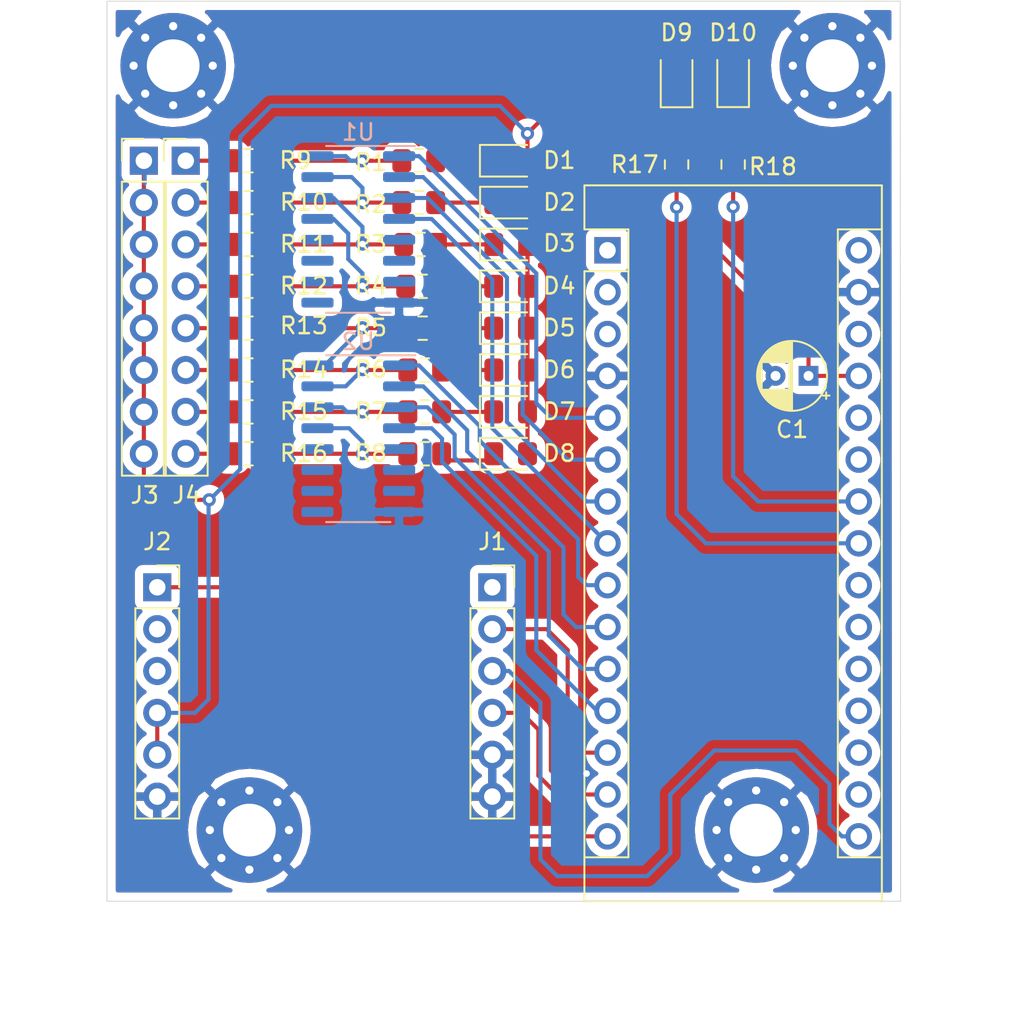
<source format=kicad_pcb>
(kicad_pcb (version 20171130) (host pcbnew 5.1.6+dfsg1-1)
  (layers (0 F.Cu signal) (31 B.Cu signal) (34 B.Paste user) (35 F.Paste user) (36 B.SilkS user) (37 F.SilkS user) (38 B.Mask user) (39 F.Mask user) (44 Edge.Cuts user))
  (net 0 "")
  (net 1 /SCK)
  (net 2 /MI)
  (net 3 /MO)
  (net 4 GND)
  (net 5 /CS)
  (net 6 /D9)
  (net 7 /5V0)
  (net 8 /D8)
  (net 9 /D7)
  (net 10 /D6)
  (net 11 /D5)
  (net 12 /D4)
  (net 13 /D3)
  (net 14 /D2)
  (net 15 "Net-(D1-Pad1)")
  (net 16 "Net-(D2-Pad1)")
  (net 17 "Net-(D3-Pad1)")
  (net 18 "Net-(D4-Pad1)")
  (net 19 "Net-(D5-Pad1)")
  (net 20 "Net-(D6-Pad1)")
  (net 21 "Net-(D7-Pad1)")
  (net 22 "Net-(D8-Pad1)")
  (net 23 /O1)
  (net 24 /O2)
  (net 25 /O3)
  (net 26 /O4)
  (net 27 /O5)
  (net 28 /O6)
  (net 29 /O7)
  (net 30 /O8)
  (net 31 "Net-(J4-Pad8)")
  (net 32 "Net-(J4-Pad7)")
  (net 33 "Net-(J4-Pad6)")
  (net 34 "Net-(J4-Pad5)")
  (net 35 "Net-(J4-Pad4)")
  (net 36 "Net-(J4-Pad3)")
  (net 37 "Net-(J4-Pad2)")
  (net 38 "Net-(J4-Pad1)")
  (net 39 /TCP_SND)
  (net 40 /TCP_RCV)
  (net 41 "Net-(D9-Pad1)")
  (net 42 "Net-(D10-Pad1)")
  (module Connector_PinHeader_2.54mm:PinHeader_1x08_P2.54mm_Vertical (layer F.Cu) (at 80.2132 119.1514)
    (fp_text reference J4 (at 0.0508 20.2946) (layer F.SilkS))
    (fp_text value Conn_01x08)
    (pad 8 thru_hole oval (at 0 17.78) (size 1.7 1.7) (drill 1) (layers *.Cu *.Mask) (net 31 "Net-(J4-Pad8)"))
    (pad 7 thru_hole oval (at 0 15.24) (size 1.7 1.7) (drill 1) (layers *.Cu *.Mask) (net 32 "Net-(J4-Pad7)"))
    (pad 6 thru_hole oval (at 0 12.7) (size 1.7 1.7) (drill 1) (layers *.Cu *.Mask) (net 33 "Net-(J4-Pad6)"))
    (pad 5 thru_hole oval (at 0 10.16) (size 1.7 1.7) (drill 1) (layers *.Cu *.Mask) (net 34 "Net-(J4-Pad5)"))
    (pad 4 thru_hole oval (at 0 7.62) (size 1.7 1.7) (drill 1) (layers *.Cu *.Mask) (net 35 "Net-(J4-Pad4)"))
    (pad 3 thru_hole oval (at 0 5.08) (size 1.7 1.7) (drill 1) (layers *.Cu *.Mask) (net 36 "Net-(J4-Pad3)"))
    (pad 2 thru_hole oval (at 0 2.54) (size 1.7 1.7) (drill 1) (layers *.Cu *.Mask) (net 37 "Net-(J4-Pad2)"))
    (pad 1 thru_hole rect (at 0 0) (size 1.7 1.7) (drill 1) (layers *.Cu *.Mask) (net 38 "Net-(J4-Pad1)"))
  )
  (module MountingHole:MountingHole_3.2mm_M3_Pad_Via (layer F.Cu) (at 84.074 159.766)
    (fp_text reference H4 hide)
    (fp_text value MountingHole_Pad)
    (pad 1 thru_hole circle (at 1.697056 -1.697056) (size 0.8 0.8) (drill 0.5) (layers *.Cu *.Mask) (net 4 GND))
    (pad 1 thru_hole circle (at 0 -2.4) (size 0.8 0.8) (drill 0.5) (layers *.Cu *.Mask) (net 4 GND))
    (pad 1 thru_hole circle (at -1.697056 -1.697056) (size 0.8 0.8) (drill 0.5) (layers *.Cu *.Mask) (net 4 GND))
    (pad 1 thru_hole circle (at -2.4 0) (size 0.8 0.8) (drill 0.5) (layers *.Cu *.Mask) (net 4 GND))
    (pad 1 thru_hole circle (at -1.697056 1.697056) (size 0.8 0.8) (drill 0.5) (layers *.Cu *.Mask) (net 4 GND))
    (pad 1 thru_hole circle (at 0 2.4) (size 0.8 0.8) (drill 0.5) (layers *.Cu *.Mask) (net 4 GND))
    (pad 1 thru_hole circle (at 1.697056 1.697056) (size 0.8 0.8) (drill 0.5) (layers *.Cu *.Mask) (net 4 GND))
    (pad 1 thru_hole circle (at 2.4 0) (size 0.8 0.8) (drill 0.5) (layers *.Cu *.Mask) (net 4 GND))
    (pad 1 thru_hole circle (at 0 0) (size 6.4 6.4) (drill 3.2) (layers *.Cu *.Mask) (net 4 GND))
  )
  (module MountingHole:MountingHole_3.2mm_M3_Pad_Via (layer F.Cu) (at 119.4308 113.3856)
    (fp_text reference H3 hide)
    (fp_text value MountingHole_Pad)
    (pad 1 thru_hole circle (at 1.697056 -1.697056) (size 0.8 0.8) (drill 0.5) (layers *.Cu *.Mask) (net 4 GND))
    (pad 1 thru_hole circle (at 0 -2.4) (size 0.8 0.8) (drill 0.5) (layers *.Cu *.Mask) (net 4 GND))
    (pad 1 thru_hole circle (at -1.697056 -1.697056) (size 0.8 0.8) (drill 0.5) (layers *.Cu *.Mask) (net 4 GND))
    (pad 1 thru_hole circle (at -2.4 0) (size 0.8 0.8) (drill 0.5) (layers *.Cu *.Mask) (net 4 GND))
    (pad 1 thru_hole circle (at -1.697056 1.697056) (size 0.8 0.8) (drill 0.5) (layers *.Cu *.Mask) (net 4 GND))
    (pad 1 thru_hole circle (at 0 2.4) (size 0.8 0.8) (drill 0.5) (layers *.Cu *.Mask) (net 4 GND))
    (pad 1 thru_hole circle (at 1.697056 1.697056) (size 0.8 0.8) (drill 0.5) (layers *.Cu *.Mask) (net 4 GND))
    (pad 1 thru_hole circle (at 2.4 0) (size 0.8 0.8) (drill 0.5) (layers *.Cu *.Mask) (net 4 GND))
    (pad 1 thru_hole circle (at 0 0) (size 6.4 6.4) (drill 3.2) (layers *.Cu *.Mask) (net 4 GND))
  )
  (module MountingHole:MountingHole_3.2mm_M3_Pad_Via (layer F.Cu) (at 114.808 159.766)
    (fp_text reference H2 hide)
    (fp_text value MountingHole_Pad)
    (pad 1 thru_hole circle (at 1.697056 -1.697056) (size 0.8 0.8) (drill 0.5) (layers *.Cu *.Mask) (net 4 GND))
    (pad 1 thru_hole circle (at 0 -2.4) (size 0.8 0.8) (drill 0.5) (layers *.Cu *.Mask) (net 4 GND))
    (pad 1 thru_hole circle (at -1.697056 -1.697056) (size 0.8 0.8) (drill 0.5) (layers *.Cu *.Mask) (net 4 GND))
    (pad 1 thru_hole circle (at -2.4 0) (size 0.8 0.8) (drill 0.5) (layers *.Cu *.Mask) (net 4 GND))
    (pad 1 thru_hole circle (at -1.697056 1.697056) (size 0.8 0.8) (drill 0.5) (layers *.Cu *.Mask) (net 4 GND))
    (pad 1 thru_hole circle (at 0 2.4) (size 0.8 0.8) (drill 0.5) (layers *.Cu *.Mask) (net 4 GND))
    (pad 1 thru_hole circle (at 1.697056 1.697056) (size 0.8 0.8) (drill 0.5) (layers *.Cu *.Mask) (net 4 GND))
    (pad 1 thru_hole circle (at 2.4 0) (size 0.8 0.8) (drill 0.5) (layers *.Cu *.Mask) (net 4 GND))
    (pad 1 thru_hole circle (at 0 0) (size 6.4 6.4) (drill 3.2) (layers *.Cu *.Mask) (net 4 GND))
  )
  (module MountingHole:MountingHole_3.2mm_M3_Pad_Via (layer F.Cu) (at 79.4512 113.3856)
    (fp_text reference H1 hide)
    (fp_text value MountingHole_Pad)
    (pad 1 thru_hole circle (at 1.697056 -1.697056) (size 0.8 0.8) (drill 0.5) (layers *.Cu *.Mask) (net 4 GND))
    (pad 1 thru_hole circle (at 0 -2.4) (size 0.8 0.8) (drill 0.5) (layers *.Cu *.Mask) (net 4 GND))
    (pad 1 thru_hole circle (at -1.697056 -1.697056) (size 0.8 0.8) (drill 0.5) (layers *.Cu *.Mask) (net 4 GND))
    (pad 1 thru_hole circle (at -2.4 0) (size 0.8 0.8) (drill 0.5) (layers *.Cu *.Mask) (net 4 GND))
    (pad 1 thru_hole circle (at -1.697056 1.697056) (size 0.8 0.8) (drill 0.5) (layers *.Cu *.Mask) (net 4 GND))
    (pad 1 thru_hole circle (at 0 2.4) (size 0.8 0.8) (drill 0.5) (layers *.Cu *.Mask) (net 4 GND))
    (pad 1 thru_hole circle (at 1.697056 1.697056) (size 0.8 0.8) (drill 0.5) (layers *.Cu *.Mask) (net 4 GND))
    (pad 1 thru_hole circle (at 2.4 0) (size 0.8 0.8) (drill 0.5) (layers *.Cu *.Mask) (net 4 GND))
    (pad 1 thru_hole circle (at 0 0) (size 6.4 6.4) (drill 3.2) (layers *.Cu *.Mask) (net 4 GND))
  )
  (module Resistor_SMD:R_0805_2012Metric_Pad1.15x1.40mm_HandSolder (layer F.Cu) (at 113.411 119.38 270)
    (fp_text reference R18 (at 0.127 -2.413 180) (layer F.SilkS))
    (fp_text value 10k)
    (pad 2 smd roundrect (at 1.025 0 270) (size 1.15 1.4) (layers F.Cu F.Paste F.Mask) (roundrect_rratio 0.217391) (net 39 /TCP_SND))
    (pad 1 smd roundrect (at -1.025 0 270) (size 1.15 1.4) (layers F.Cu F.Paste F.Mask) (roundrect_rratio 0.217391) (net 42 "Net-(D10-Pad1)"))
  )
  (module Resistor_SMD:R_0805_2012Metric_Pad1.15x1.40mm_HandSolder (layer F.Cu) (at 109.982 119.38 270)
    (fp_text reference R17 (at 0 2.54 180) (layer F.SilkS))
    (fp_text value 10k)
    (pad 2 smd roundrect (at 1.025 0 270) (size 1.15 1.4) (layers F.Cu F.Paste F.Mask) (roundrect_rratio 0.217391) (net 40 /TCP_RCV))
    (pad 1 smd roundrect (at -1.025 0 270) (size 1.15 1.4) (layers F.Cu F.Paste F.Mask) (roundrect_rratio 0.217391) (net 41 "Net-(D9-Pad1)"))
  )
  (module LED_SMD:LED_0805_2012Metric_Pad1.15x1.40mm_HandSolder (layer F.Cu) (at 113.411 114.037 90)
    (fp_text reference D10 (at 2.658 0 180) (layer F.SilkS))
    (fp_text value LED)
    (pad 2 smd roundrect (at 1.025 0 90) (size 1.15 1.4) (layers F.Cu F.Paste F.Mask) (roundrect_rratio 0.217391) (net 7 /5V0))
    (pad 1 smd roundrect (at -1.025 0 90) (size 1.15 1.4) (layers F.Cu F.Paste F.Mask) (roundrect_rratio 0.217391) (net 42 "Net-(D10-Pad1)"))
  )
  (module LED_SMD:LED_0805_2012Metric_Pad1.15x1.40mm_HandSolder (layer F.Cu) (at 109.982 114.046 90)
    (fp_text reference D9 (at 2.667 0 180) (layer F.SilkS))
    (fp_text value LED)
    (pad 2 smd roundrect (at 1.025 0 90) (size 1.15 1.4) (layers F.Cu F.Paste F.Mask) (roundrect_rratio 0.217391) (net 7 /5V0))
    (pad 1 smd roundrect (at -1.025 0 90) (size 1.15 1.4) (layers F.Cu F.Paste F.Mask) (roundrect_rratio 0.217391) (net 41 "Net-(D9-Pad1)"))
  )
  (module Capacitor_THT:CP_Radial_D4.0mm_P2.00mm (layer F.Cu) (at 117.983 132.207 180)
    (fp_text reference C1 (at 1 -3.25) (layer F.SilkS))
    (fp_text value CP)
    (pad 2 thru_hole circle (at 2 0 180) (size 1.2 1.2) (drill 0.6) (layers *.Cu *.Mask) (net 4 GND))
    (pad 1 thru_hole rect (at 0 0 180) (size 1.2 1.2) (drill 0.6) (layers *.Cu *.Mask) (net 7 /5V0))
  )
  (module Package_SO:SOIC-16_3.9x9.9mm_P1.27mm (layer B.Cu) (at 90.678 123.317 180)
    (fp_text reference U1 (at 0 5.9) (layer B.SilkS) (effects (justify mirror)))
    (fp_text value ULN2003A)
    (pad 16 smd roundrect (at 2.475 4.445 180) (size 1.95 0.6) (layers B.Cu B.Paste B.Mask) (net 23 /O1))
    (pad 15 smd roundrect (at 2.475 3.175 180) (size 1.95 0.6) (layers B.Cu B.Paste B.Mask) (net 24 /O2))
    (pad 14 smd roundrect (at 2.475 1.905 180) (size 1.95 0.6) (layers B.Cu B.Paste B.Mask) (net 25 /O3))
    (pad 13 smd roundrect (at 2.475 0.635 180) (size 1.95 0.6) (layers B.Cu B.Paste B.Mask) (net 26 /O4))
    (pad 12 smd roundrect (at 2.475 -0.635 180) (size 1.95 0.6) (layers B.Cu B.Paste B.Mask))
    (pad 11 smd roundrect (at 2.475 -1.905 180) (size 1.95 0.6) (layers B.Cu B.Paste B.Mask))
    (pad 10 smd roundrect (at 2.475 -3.175 180) (size 1.95 0.6) (layers B.Cu B.Paste B.Mask))
    (pad 9 smd roundrect (at 2.475 -4.445 180) (size 1.95 0.6) (layers B.Cu B.Paste B.Mask))
    (pad 8 smd roundrect (at -2.475 -4.445 180) (size 1.95 0.6) (layers B.Cu B.Paste B.Mask) (net 4 GND))
    (pad 7 smd roundrect (at -2.475 -3.175 180) (size 1.95 0.6) (layers B.Cu B.Paste B.Mask))
    (pad 6 smd roundrect (at -2.475 -1.905 180) (size 1.95 0.6) (layers B.Cu B.Paste B.Mask))
    (pad 5 smd roundrect (at -2.475 -0.635 180) (size 1.95 0.6) (layers B.Cu B.Paste B.Mask))
    (pad 4 smd roundrect (at -2.475 0.635 180) (size 1.95 0.6) (layers B.Cu B.Paste B.Mask) (net 11 /D5))
    (pad 3 smd roundrect (at -2.475 1.905 180) (size 1.95 0.6) (layers B.Cu B.Paste B.Mask) (net 12 /D4))
    (pad 2 smd roundrect (at -2.475 3.175 180) (size 1.95 0.6) (layers B.Cu B.Paste B.Mask) (net 13 /D3))
    (pad 1 smd roundrect (at -2.475 4.445 180) (size 1.95 0.6) (layers B.Cu B.Paste B.Mask) (net 14 /D2))
  )
  (module Connector_PinHeader_2.54mm:PinHeader_1x08_P2.54mm_Vertical (layer F.Cu) (at 77.6732 119.1514)
    (fp_text reference J3 (at 0.0508 20.2946) (layer F.SilkS))
    (fp_text value Conn_01x08)
    (pad 8 thru_hole oval (at 0 17.78) (size 1.7 1.7) (drill 1) (layers *.Cu *.Mask) (net 7 /5V0))
    (pad 7 thru_hole oval (at 0 15.24) (size 1.7 1.7) (drill 1) (layers *.Cu *.Mask) (net 7 /5V0))
    (pad 6 thru_hole oval (at 0 12.7) (size 1.7 1.7) (drill 1) (layers *.Cu *.Mask) (net 7 /5V0))
    (pad 5 thru_hole oval (at 0 10.16) (size 1.7 1.7) (drill 1) (layers *.Cu *.Mask) (net 7 /5V0))
    (pad 4 thru_hole oval (at 0 7.62) (size 1.7 1.7) (drill 1) (layers *.Cu *.Mask) (net 7 /5V0))
    (pad 3 thru_hole oval (at 0 5.08) (size 1.7 1.7) (drill 1) (layers *.Cu *.Mask) (net 7 /5V0))
    (pad 2 thru_hole oval (at 0 2.54) (size 1.7 1.7) (drill 1) (layers *.Cu *.Mask) (net 7 /5V0))
    (pad 1 thru_hole rect (at 0 0) (size 1.7 1.7) (drill 1) (layers *.Cu *.Mask) (net 7 /5V0))
  )
  (module Connector_PinSocket_2.54mm:PinSocket_1x06_P2.54mm_Vertical (layer F.Cu) (at 98.806 145.034)
    (fp_text reference J1 (at 0 -2.77) (layer F.SilkS))
    (fp_text value Conn_01x06)
    (pad 6 thru_hole oval (at 0 12.7) (size 1.7 1.7) (drill 1) (layers *.Cu *.Mask) (net 4 GND))
    (pad 5 thru_hole oval (at 0 10.16) (size 1.7 1.7) (drill 1) (layers *.Cu *.Mask) (net 4 GND))
    (pad 4 thru_hole oval (at 0 7.62) (size 1.7 1.7) (drill 1) (layers *.Cu *.Mask) (net 3 /MO))
    (pad 3 thru_hole oval (at 0 5.08) (size 1.7 1.7) (drill 1) (layers *.Cu *.Mask) (net 1 /SCK))
    (pad 2 thru_hole oval (at 0 2.54) (size 1.7 1.7) (drill 1) (layers *.Cu *.Mask) (net 5 /CS))
    (pad 1 thru_hole rect (at 0 0) (size 1.7 1.7) (drill 1) (layers *.Cu *.Mask))
  )
  (module Resistor_SMD:R_0805_2012Metric_Pad1.15x1.40mm_HandSolder (layer F.Cu) (at 84.0142 136.9314 180)
    (fp_text reference R16 (at -3.3618 0.0254) (layer F.SilkS))
    (fp_text value 10k)
    (pad 1 smd roundrect (at -1.025 0 180) (size 1.15 1.4) (layers F.Cu F.Paste F.Mask) (roundrect_rratio 0.217391) (net 30 /O8))
    (pad 2 smd roundrect (at 1.025 0 180) (size 1.15 1.4) (layers F.Cu F.Paste F.Mask) (roundrect_rratio 0.217391) (net 31 "Net-(J4-Pad8)"))
  )
  (module Resistor_SMD:R_0805_2012Metric_Pad1.15x1.40mm_HandSolder (layer F.Cu) (at 84.0142 134.3914 180)
    (fp_text reference R15 (at -3.3618 0.0254) (layer F.SilkS))
    (fp_text value 10k)
    (pad 2 smd roundrect (at 1.025 0 180) (size 1.15 1.4) (layers F.Cu F.Paste F.Mask) (roundrect_rratio 0.217391) (net 32 "Net-(J4-Pad7)"))
    (pad 1 smd roundrect (at -1.025 0 180) (size 1.15 1.4) (layers F.Cu F.Paste F.Mask) (roundrect_rratio 0.217391) (net 29 /O7))
  )
  (module Resistor_SMD:R_0805_2012Metric_Pad1.15x1.40mm_HandSolder (layer F.Cu) (at 84.0142 131.8514 180)
    (fp_text reference R14 (at -3.3618 0.0254) (layer F.SilkS))
    (fp_text value 10k)
    (pad 2 smd roundrect (at 1.025 0 180) (size 1.15 1.4) (layers F.Cu F.Paste F.Mask) (roundrect_rratio 0.217391) (net 33 "Net-(J4-Pad6)"))
    (pad 1 smd roundrect (at -1.025 0 180) (size 1.15 1.4) (layers F.Cu F.Paste F.Mask) (roundrect_rratio 0.217391) (net 28 /O6))
  )
  (module Resistor_SMD:R_0805_2012Metric_Pad1.15x1.40mm_HandSolder (layer F.Cu) (at 84.0142 129.3114 180)
    (fp_text reference R13 (at -3.3618 0.1524) (layer F.SilkS))
    (fp_text value 10k)
    (pad 2 smd roundrect (at 1.025 0 180) (size 1.15 1.4) (layers F.Cu F.Paste F.Mask) (roundrect_rratio 0.217391) (net 34 "Net-(J4-Pad5)"))
    (pad 1 smd roundrect (at -1.025 0 180) (size 1.15 1.4) (layers F.Cu F.Paste F.Mask) (roundrect_rratio 0.217391) (net 27 /O5))
  )
  (module Resistor_SMD:R_0805_2012Metric_Pad1.15x1.40mm_HandSolder (layer F.Cu) (at 84.0142 126.7714 180)
    (fp_text reference R12 (at -3.3618 0.0254) (layer F.SilkS))
    (fp_text value 10k)
    (pad 2 smd roundrect (at 1.025 0 180) (size 1.15 1.4) (layers F.Cu F.Paste F.Mask) (roundrect_rratio 0.217391) (net 35 "Net-(J4-Pad4)"))
    (pad 1 smd roundrect (at -1.025 0 180) (size 1.15 1.4) (layers F.Cu F.Paste F.Mask) (roundrect_rratio 0.217391) (net 26 /O4))
  )
  (module Resistor_SMD:R_0805_2012Metric_Pad1.15x1.40mm_HandSolder (layer F.Cu) (at 84.0142 124.2314 180)
    (fp_text reference R11 (at -3.3618 0.0254) (layer F.SilkS))
    (fp_text value 10k)
    (pad 1 smd roundrect (at -1.025 0 180) (size 1.15 1.4) (layers F.Cu F.Paste F.Mask) (roundrect_rratio 0.217391) (net 25 /O3))
    (pad 2 smd roundrect (at 1.025 0 180) (size 1.15 1.4) (layers F.Cu F.Paste F.Mask) (roundrect_rratio 0.217391) (net 36 "Net-(J4-Pad3)"))
  )
  (module Resistor_SMD:R_0805_2012Metric_Pad1.15x1.40mm_HandSolder (layer F.Cu) (at 84.0142 121.6914 180)
    (fp_text reference R10 (at -3.3618 0.0254) (layer F.SilkS))
    (fp_text value 10k)
    (pad 1 smd roundrect (at -1.025 0 180) (size 1.15 1.4) (layers F.Cu F.Paste F.Mask) (roundrect_rratio 0.217391) (net 24 /O2))
    (pad 2 smd roundrect (at 1.025 0 180) (size 1.15 1.4) (layers F.Cu F.Paste F.Mask) (roundrect_rratio 0.217391) (net 37 "Net-(J4-Pad2)"))
  )
  (module Resistor_SMD:R_0805_2012Metric_Pad1.15x1.40mm_HandSolder (layer F.Cu) (at 84.0142 119.1514 180)
    (fp_text reference R9 (at -2.8538 0.0254) (layer F.SilkS))
    (fp_text value 10k)
    (pad 1 smd roundrect (at -1.025 0 180) (size 1.15 1.4) (layers F.Cu F.Paste F.Mask) (roundrect_rratio 0.217391) (net 23 /O1))
    (pad 2 smd roundrect (at 1.025 0 180) (size 1.15 1.4) (layers F.Cu F.Paste F.Mask) (roundrect_rratio 0.217391) (net 38 "Net-(J4-Pad1)"))
  )
  (module Package_SO:SOIC-16_3.9x9.9mm_P1.27mm (layer B.Cu) (at 90.678 136.017 180)
    (fp_text reference U2 (at 0 5.9) (layer B.SilkS) (effects (justify mirror)))
    (fp_text value ULN2003A)
    (pad 1 smd roundrect (at -2.475 4.445 180) (size 1.95 0.6) (layers B.Cu B.Paste B.Mask) (net 10 /D6))
    (pad 2 smd roundrect (at -2.475 3.175 180) (size 1.95 0.6) (layers B.Cu B.Paste B.Mask) (net 9 /D7))
    (pad 3 smd roundrect (at -2.475 1.905 180) (size 1.95 0.6) (layers B.Cu B.Paste B.Mask) (net 8 /D8))
    (pad 4 smd roundrect (at -2.475 0.635 180) (size 1.95 0.6) (layers B.Cu B.Paste B.Mask) (net 6 /D9))
    (pad 5 smd roundrect (at -2.475 -0.635 180) (size 1.95 0.6) (layers B.Cu B.Paste B.Mask))
    (pad 6 smd roundrect (at -2.475 -1.905 180) (size 1.95 0.6) (layers B.Cu B.Paste B.Mask))
    (pad 7 smd roundrect (at -2.475 -3.175 180) (size 1.95 0.6) (layers B.Cu B.Paste B.Mask))
    (pad 8 smd roundrect (at -2.475 -4.445 180) (size 1.95 0.6) (layers B.Cu B.Paste B.Mask) (net 4 GND))
    (pad 9 smd roundrect (at 2.475 -4.445 180) (size 1.95 0.6) (layers B.Cu B.Paste B.Mask))
    (pad 10 smd roundrect (at 2.475 -3.175 180) (size 1.95 0.6) (layers B.Cu B.Paste B.Mask))
    (pad 11 smd roundrect (at 2.475 -1.905 180) (size 1.95 0.6) (layers B.Cu B.Paste B.Mask))
    (pad 12 smd roundrect (at 2.475 -0.635 180) (size 1.95 0.6) (layers B.Cu B.Paste B.Mask))
    (pad 13 smd roundrect (at 2.475 0.635 180) (size 1.95 0.6) (layers B.Cu B.Paste B.Mask) (net 30 /O8))
    (pad 14 smd roundrect (at 2.475 1.905 180) (size 1.95 0.6) (layers B.Cu B.Paste B.Mask) (net 29 /O7))
    (pad 15 smd roundrect (at 2.475 3.175 180) (size 1.95 0.6) (layers B.Cu B.Paste B.Mask) (net 28 /O6))
    (pad 16 smd roundrect (at 2.475 4.445 180) (size 1.95 0.6) (layers B.Cu B.Paste B.Mask) (net 27 /O5))
  )
  (module Resistor_SMD:R_0805_2012Metric_Pad1.15x1.40mm_HandSolder (layer F.Cu) (at 94.7076 136.9314 180)
    (fp_text reference R8 (at 3.2676 0.0254) (layer F.SilkS))
    (fp_text value 10k)
    (pad 1 smd roundrect (at -1.025 0 180) (size 1.15 1.4) (layers F.Cu F.Paste F.Mask) (roundrect_rratio 0.217391) (net 22 "Net-(D8-Pad1)"))
    (pad 2 smd roundrect (at 1.025 0 180) (size 1.15 1.4) (layers F.Cu F.Paste F.Mask) (roundrect_rratio 0.217391) (net 30 /O8))
  )
  (module Resistor_SMD:R_0805_2012Metric_Pad1.15x1.40mm_HandSolder (layer F.Cu) (at 94.7076 134.3914 180)
    (fp_text reference R7 (at 3.2676 0.0254) (layer F.SilkS))
    (fp_text value 10k)
    (pad 2 smd roundrect (at 1.025 0 180) (size 1.15 1.4) (layers F.Cu F.Paste F.Mask) (roundrect_rratio 0.217391) (net 29 /O7))
    (pad 1 smd roundrect (at -1.025 0 180) (size 1.15 1.4) (layers F.Cu F.Paste F.Mask) (roundrect_rratio 0.217391) (net 21 "Net-(D7-Pad1)"))
  )
  (module Resistor_SMD:R_0805_2012Metric_Pad1.15x1.40mm_HandSolder (layer F.Cu) (at 94.7076 131.8514 180)
    (fp_text reference R6 (at 3.2676 0.0254) (layer F.SilkS))
    (fp_text value 10k)
    (pad 2 smd roundrect (at 1.025 0 180) (size 1.15 1.4) (layers F.Cu F.Paste F.Mask) (roundrect_rratio 0.217391) (net 28 /O6))
    (pad 1 smd roundrect (at -1.025 0 180) (size 1.15 1.4) (layers F.Cu F.Paste F.Mask) (roundrect_rratio 0.217391) (net 20 "Net-(D6-Pad1)"))
  )
  (module Resistor_SMD:R_0805_2012Metric_Pad1.15x1.40mm_HandSolder (layer F.Cu) (at 94.5806 129.3114 180)
    (fp_text reference R5 (at 3.1406 0.0254) (layer F.SilkS))
    (fp_text value 10k)
    (pad 2 smd roundrect (at 1.025 0 180) (size 1.15 1.4) (layers F.Cu F.Paste F.Mask) (roundrect_rratio 0.217391) (net 27 /O5))
    (pad 1 smd roundrect (at -1.025 0 180) (size 1.15 1.4) (layers F.Cu F.Paste F.Mask) (roundrect_rratio 0.217391) (net 19 "Net-(D5-Pad1)"))
  )
  (module LED_SMD:LED_0805_2012Metric_Pad1.15x1.40mm_HandSolder (layer F.Cu) (at 99.9146 136.9314)
    (fp_text reference D8 (at 2.9554 -0.0254) (layer F.SilkS))
    (fp_text value LED)
    (pad 1 smd roundrect (at -1.025 0) (size 1.15 1.4) (layers F.Cu F.Paste F.Mask) (roundrect_rratio 0.217391) (net 22 "Net-(D8-Pad1)"))
    (pad 2 smd roundrect (at 1.025 0) (size 1.15 1.4) (layers F.Cu F.Paste F.Mask) (roundrect_rratio 0.217391) (net 7 /5V0))
  )
  (module LED_SMD:LED_0805_2012Metric_Pad1.15x1.40mm_HandSolder (layer F.Cu) (at 99.9146 134.3914)
    (fp_text reference D7 (at 2.9554 -0.0254) (layer F.SilkS))
    (fp_text value LED)
    (pad 2 smd roundrect (at 1.025 0) (size 1.15 1.4) (layers F.Cu F.Paste F.Mask) (roundrect_rratio 0.217391) (net 7 /5V0))
    (pad 1 smd roundrect (at -1.025 0) (size 1.15 1.4) (layers F.Cu F.Paste F.Mask) (roundrect_rratio 0.217391) (net 21 "Net-(D7-Pad1)"))
  )
  (module LED_SMD:LED_0805_2012Metric_Pad1.15x1.40mm_HandSolder (layer F.Cu) (at 99.9236 131.8514)
    (fp_text reference D6 (at 2.9464 -0.0254) (layer F.SilkS))
    (fp_text value LED)
    (pad 2 smd roundrect (at 1.025 0) (size 1.15 1.4) (layers F.Cu F.Paste F.Mask) (roundrect_rratio 0.217391) (net 7 /5V0))
    (pad 1 smd roundrect (at -1.025 0) (size 1.15 1.4) (layers F.Cu F.Paste F.Mask) (roundrect_rratio 0.217391) (net 20 "Net-(D6-Pad1)"))
  )
  (module LED_SMD:LED_0805_2012Metric_Pad1.15x1.40mm_HandSolder (layer F.Cu) (at 99.9146 129.3114)
    (fp_text reference D5 (at 2.9554 -0.0254) (layer F.SilkS))
    (fp_text value LED)
    (pad 2 smd roundrect (at 1.025 0) (size 1.15 1.4) (layers F.Cu F.Paste F.Mask) (roundrect_rratio 0.217391) (net 7 /5V0))
    (pad 1 smd roundrect (at -1.025 0) (size 1.15 1.4) (layers F.Cu F.Paste F.Mask) (roundrect_rratio 0.217391) (net 19 "Net-(D5-Pad1)"))
  )
  (module Resistor_SMD:R_0805_2012Metric_Pad1.15x1.40mm_HandSolder (layer F.Cu) (at 94.5806 126.7714 180)
    (fp_text reference R4 (at 3.1406 0.0254) (layer F.SilkS))
    (fp_text value 10k)
    (pad 2 smd roundrect (at 1.025 0 180) (size 1.15 1.4) (layers F.Cu F.Paste F.Mask) (roundrect_rratio 0.217391) (net 26 /O4))
    (pad 1 smd roundrect (at -1.025 0 180) (size 1.15 1.4) (layers F.Cu F.Paste F.Mask) (roundrect_rratio 0.217391) (net 18 "Net-(D4-Pad1)"))
  )
  (module Resistor_SMD:R_0805_2012Metric_Pad1.15x1.40mm_HandSolder (layer F.Cu) (at 94.4536 124.2314 180)
    (fp_text reference R3 (at 3.0136 0.0254) (layer F.SilkS))
    (fp_text value 10k)
    (pad 1 smd roundrect (at -1.025 0 180) (size 1.15 1.4) (layers F.Cu F.Paste F.Mask) (roundrect_rratio 0.217391) (net 17 "Net-(D3-Pad1)"))
    (pad 2 smd roundrect (at 1.025 0 180) (size 1.15 1.4) (layers F.Cu F.Paste F.Mask) (roundrect_rratio 0.217391) (net 25 /O3))
  )
  (module Resistor_SMD:R_0805_2012Metric_Pad1.15x1.40mm_HandSolder (layer F.Cu) (at 94.3446 121.6914 180)
    (fp_text reference R2 (at 2.9046 -0.1016) (layer F.SilkS))
    (fp_text value 10k)
    (pad 1 smd roundrect (at -1.025 0 180) (size 1.15 1.4) (layers F.Cu F.Paste F.Mask) (roundrect_rratio 0.217391) (net 16 "Net-(D2-Pad1)"))
    (pad 2 smd roundrect (at 1.025 0 180) (size 1.15 1.4) (layers F.Cu F.Paste F.Mask) (roundrect_rratio 0.217391) (net 24 /O2))
  )
  (module Resistor_SMD:R_0805_2012Metric_Pad1.15x1.40mm_HandSolder (layer F.Cu) (at 94.3446 119.1514 180)
    (fp_text reference R1 (at 2.9046 -0.1016) (layer F.SilkS))
    (fp_text value 10k)
    (pad 1 smd roundrect (at -1.025 0 180) (size 1.15 1.4) (layers F.Cu F.Paste F.Mask) (roundrect_rratio 0.217391) (net 15 "Net-(D1-Pad1)"))
    (pad 2 smd roundrect (at 1.025 0 180) (size 1.15 1.4) (layers F.Cu F.Paste F.Mask) (roundrect_rratio 0.217391) (net 23 /O1))
  )
  (module Connector_PinSocket_2.54mm:PinSocket_1x06_P2.54mm_Vertical (layer F.Cu) (at 78.486 145.034)
    (fp_text reference J2 (at 0 -2.77) (layer F.SilkS))
    (fp_text value Conn_01x06)
    (pad 6 thru_hole oval (at 0 12.7) (size 1.7 1.7) (drill 1) (layers *.Cu *.Mask) (net 4 GND))
    (pad 5 thru_hole oval (at 0 10.16) (size 1.7 1.7) (drill 1) (layers *.Cu *.Mask) (net 7 /5V0))
    (pad 4 thru_hole oval (at 0 7.62) (size 1.7 1.7) (drill 1) (layers *.Cu *.Mask) (net 7 /5V0))
    (pad 3 thru_hole oval (at 0 5.08) (size 1.7 1.7) (drill 1) (layers *.Cu *.Mask))
    (pad 2 thru_hole oval (at 0 2.54) (size 1.7 1.7) (drill 1) (layers *.Cu *.Mask))
    (pad 1 thru_hole rect (at 0 0) (size 1.7 1.7) (drill 1) (layers *.Cu *.Mask) (net 2 /MI))
  )
  (module LED_SMD:LED_0805_2012Metric_Pad1.15x1.40mm_HandSolder (layer F.Cu) (at 99.9146 126.7714)
    (fp_text reference D4 (at 2.9554 -0.0254) (layer F.SilkS))
    (fp_text value LED)
    (pad 2 smd roundrect (at 1.025 0) (size 1.15 1.4) (layers F.Cu F.Paste F.Mask) (roundrect_rratio 0.217391) (net 7 /5V0))
    (pad 1 smd roundrect (at -1.025 0) (size 1.15 1.4) (layers F.Cu F.Paste F.Mask) (roundrect_rratio 0.217391) (net 18 "Net-(D4-Pad1)"))
  )
  (module LED_SMD:LED_0805_2012Metric_Pad1.15x1.40mm_HandSolder (layer F.Cu) (at 99.9236 124.2314)
    (fp_text reference D3 (at 2.9464 -0.0762) (layer F.SilkS))
    (fp_text value LED)
    (pad 1 smd roundrect (at -1.025 0) (size 1.15 1.4) (layers F.Cu F.Paste F.Mask) (roundrect_rratio 0.217391) (net 17 "Net-(D3-Pad1)"))
    (pad 2 smd roundrect (at 1.025 0) (size 1.15 1.4) (layers F.Cu F.Paste F.Mask) (roundrect_rratio 0.217391) (net 7 /5V0))
  )
  (module LED_SMD:LED_0805_2012Metric_Pad1.15x1.40mm_HandSolder (layer F.Cu) (at 99.9236 121.6914)
    (fp_text reference D2 (at 2.9464 -0.0254) (layer F.SilkS))
    (fp_text value LED)
    (pad 1 smd roundrect (at -1.025 0) (size 1.15 1.4) (layers F.Cu F.Paste F.Mask) (roundrect_rratio 0.217391) (net 16 "Net-(D2-Pad1)"))
    (pad 2 smd roundrect (at 1.025 0) (size 1.15 1.4) (layers F.Cu F.Paste F.Mask) (roundrect_rratio 0.217391) (net 7 /5V0))
  )
  (module LED_SMD:LED_0805_2012Metric_Pad1.15x1.40mm_HandSolder (layer F.Cu) (at 99.9146 119.1514)
    (fp_text reference D1 (at 2.9554 -0.0254) (layer F.SilkS))
    (fp_text value LED)
    (pad 1 smd roundrect (at -1.025 0) (size 1.15 1.4) (layers F.Cu F.Paste F.Mask) (roundrect_rratio 0.217391) (net 15 "Net-(D1-Pad1)"))
    (pad 2 smd roundrect (at 1.025 0) (size 1.15 1.4) (layers F.Cu F.Paste F.Mask) (roundrect_rratio 0.217391) (net 7 /5V0))
  )
  (module Module:Arduino_Nano (layer F.Cu) (at 105.791 124.587)
    (fp_text reference A1 hide)
    (fp_text value Arduino_Nano_v3.x)
    (pad 16 thru_hole oval (at 15.24 35.56) (size 1.6 1.6) (drill 1) (layers *.Cu *.Mask) (net 1 /SCK))
    (pad 15 thru_hole oval (at 0 35.56) (size 1.6 1.6) (drill 1) (layers *.Cu *.Mask) (net 2 /MI))
    (pad 30 thru_hole oval (at 15.24 0) (size 1.6 1.6) (drill 1) (layers *.Cu *.Mask))
    (pad 14 thru_hole oval (at 0 33.02) (size 1.6 1.6) (drill 1) (layers *.Cu *.Mask) (net 3 /MO))
    (pad 29 thru_hole oval (at 15.24 2.54) (size 1.6 1.6) (drill 1) (layers *.Cu *.Mask) (net 4 GND))
    (pad 13 thru_hole oval (at 0 30.48) (size 1.6 1.6) (drill 1) (layers *.Cu *.Mask) (net 5 /CS))
    (pad 28 thru_hole oval (at 15.24 5.08) (size 1.6 1.6) (drill 1) (layers *.Cu *.Mask))
    (pad 12 thru_hole oval (at 0 27.94) (size 1.6 1.6) (drill 1) (layers *.Cu *.Mask) (net 6 /D9))
    (pad 27 thru_hole oval (at 15.24 7.62) (size 1.6 1.6) (drill 1) (layers *.Cu *.Mask) (net 7 /5V0))
    (pad 11 thru_hole oval (at 0 25.4) (size 1.6 1.6) (drill 1) (layers *.Cu *.Mask) (net 8 /D8))
    (pad 26 thru_hole oval (at 15.24 10.16) (size 1.6 1.6) (drill 1) (layers *.Cu *.Mask))
    (pad 10 thru_hole oval (at 0 22.86) (size 1.6 1.6) (drill 1) (layers *.Cu *.Mask) (net 9 /D7))
    (pad 25 thru_hole oval (at 15.24 12.7) (size 1.6 1.6) (drill 1) (layers *.Cu *.Mask))
    (pad 9 thru_hole oval (at 0 20.32) (size 1.6 1.6) (drill 1) (layers *.Cu *.Mask) (net 10 /D6))
    (pad 24 thru_hole oval (at 15.24 15.24) (size 1.6 1.6) (drill 1) (layers *.Cu *.Mask) (net 39 /TCP_SND))
    (pad 8 thru_hole oval (at 0 17.78) (size 1.6 1.6) (drill 1) (layers *.Cu *.Mask) (net 11 /D5))
    (pad 23 thru_hole oval (at 15.24 17.78) (size 1.6 1.6) (drill 1) (layers *.Cu *.Mask) (net 40 /TCP_RCV))
    (pad 7 thru_hole oval (at 0 15.24) (size 1.6 1.6) (drill 1) (layers *.Cu *.Mask) (net 12 /D4))
    (pad 22 thru_hole oval (at 15.24 20.32) (size 1.6 1.6) (drill 1) (layers *.Cu *.Mask))
    (pad 6 thru_hole oval (at 0 12.7) (size 1.6 1.6) (drill 1) (layers *.Cu *.Mask) (net 13 /D3))
    (pad 21 thru_hole oval (at 15.24 22.86) (size 1.6 1.6) (drill 1) (layers *.Cu *.Mask))
    (pad 5 thru_hole oval (at 0 10.16) (size 1.6 1.6) (drill 1) (layers *.Cu *.Mask) (net 14 /D2))
    (pad 20 thru_hole oval (at 15.24 25.4) (size 1.6 1.6) (drill 1) (layers *.Cu *.Mask))
    (pad 4 thru_hole oval (at 0 7.62) (size 1.6 1.6) (drill 1) (layers *.Cu *.Mask) (net 4 GND))
    (pad 19 thru_hole oval (at 15.24 27.94) (size 1.6 1.6) (drill 1) (layers *.Cu *.Mask))
    (pad 3 thru_hole oval (at 0 5.08) (size 1.6 1.6) (drill 1) (layers *.Cu *.Mask))
    (pad 18 thru_hole oval (at 15.24 30.48) (size 1.6 1.6) (drill 1) (layers *.Cu *.Mask))
    (pad 2 thru_hole oval (at 0 2.54) (size 1.6 1.6) (drill 1) (layers *.Cu *.Mask))
    (pad 17 thru_hole oval (at 15.24 33.02) (size 1.6 1.6) (drill 1) (layers *.Cu *.Mask))
    (pad 1 thru_hole rect (at 0 0) (size 1.6 1.6) (drill 1) (layers *.Cu *.Mask))
  )
  (gr_line (start 75.438 109.474) (end 75.438 164.084) (layer Edge.Cuts) (width 0.05))
  (gr_line (start 123.5456 109.474) (end 75.438 109.474) (layer Edge.Cuts) (width 0.05))
  (gr_line (start 123.571 164.084) (end 123.5456 109.474) (layer Edge.Cuts) (width 0.05))
  (gr_line (start 75.438 164.084) (end 123.571 164.084) (layer Edge.Cuts) (width 0.05))
  (segment (start 101.727 161.544) (end 102.743 162.56) (width 0.25) (layer B.Cu) (net 1))
  (segment (start 98.806 150.114) (end 99.822 150.114) (width 0.25) (layer B.Cu) (net 1))
  (segment (start 99.822 150.114) (end 101.727 152.019) (width 0.25) (layer B.Cu) (net 1))
  (segment (start 101.727 152.019) (end 101.727 161.544) (width 0.25) (layer B.Cu) (net 1))
  (segment (start 121.031 160.147) (end 120.015 160.147) (width 0.25) (layer B.Cu) (net 1))
  (segment (start 120.015 160.147) (end 119.253 159.385) (width 0.25) (layer B.Cu) (net 1))
  (segment (start 119.253 159.385) (end 119.253 156.972) (width 0.25) (layer B.Cu) (net 1))
  (segment (start 119.253 156.972) (end 117.221 154.94) (width 0.25) (layer B.Cu) (net 1))
  (segment (start 117.221 154.94) (end 112.268 154.94) (width 0.25) (layer B.Cu) (net 1))
  (segment (start 112.268 154.94) (end 109.601 157.607) (width 0.25) (layer B.Cu) (net 1))
  (segment (start 109.601 157.607) (end 109.601 161.163) (width 0.25) (layer B.Cu) (net 1))
  (segment (start 108.204 162.56) (end 102.743 162.56) (width 0.25) (layer B.Cu) (net 1))
  (segment (start 109.601 161.163) (end 108.204 162.56) (width 0.25) (layer B.Cu) (net 1))
  (segment (start 105.791 160.147) (end 94.107 160.147) (width 0.25) (layer F.Cu) (net 2))
  (segment (start 94.107 160.147) (end 91.059 157.099) (width 0.25) (layer F.Cu) (net 2))
  (segment (start 91.059 157.099) (end 91.059 147.955) (width 0.25) (layer F.Cu) (net 2))
  (segment (start 88.138 145.034) (end 78.486 145.034) (width 0.25) (layer F.Cu) (net 2))
  (segment (start 91.059 147.955) (end 88.138 145.034) (width 0.25) (layer F.Cu) (net 2))
  (segment (start 105.791 157.607) (end 102.743 157.607) (width 0.25) (layer F.Cu) (net 3))
  (segment (start 102.743 157.607) (end 101.6 156.464) (width 0.25) (layer F.Cu) (net 3))
  (segment (start 101.6 153.67) (end 100.584 152.654) (width 0.25) (layer F.Cu) (net 3))
  (segment (start 101.6 156.464) (end 101.6 153.67) (width 0.25) (layer F.Cu) (net 3))
  (segment (start 100.584 152.654) (end 98.806 152.654) (width 0.25) (layer F.Cu) (net 3))
  (segment (start 85.471 160.782) (end 82.804 158.115) (width 0.25) (layer F.Cu) (net 4))
  (via (at 104.521 156.337) (size 0.8) (drill 0.4) (layers F.Cu B.Cu) (net 4))
  (segment (start 117.983 114.3) (end 116.704 113.021) (width 0.25) (layer F.Cu) (net 4))
  (segment (start 98.806 147.574) (end 102.108 147.574) (width 0.25) (layer F.Cu) (net 5))
  (segment (start 102.108 147.574) (end 103.378 148.844) (width 0.25) (layer F.Cu) (net 5))
  (segment (start 103.378 148.844) (end 103.378 154.178) (width 0.25) (layer F.Cu) (net 5))
  (segment (start 104.267 155.067) (end 105.791 155.067) (width 0.25) (layer F.Cu) (net 5))
  (segment (start 103.378 154.178) (end 104.267 155.067) (width 0.25) (layer F.Cu) (net 5))
  (segment (start 95.123 135.382) (end 93.153 135.382) (width 0.25) (layer B.Cu) (net 6))
  (segment (start 95.758 136.017) (end 95.123 135.382) (width 0.25) (layer B.Cu) (net 6))
  (segment (start 101.473 148.844) (end 101.473 143.129) (width 0.25) (layer B.Cu) (net 6))
  (segment (start 101.473 143.129) (end 95.758 137.414) (width 0.25) (layer B.Cu) (net 6))
  (segment (start 105.156 152.527) (end 101.473 148.844) (width 0.25) (layer B.Cu) (net 6))
  (segment (start 105.791 152.527) (end 105.156 152.527) (width 0.25) (layer B.Cu) (net 6))
  (segment (start 95.758 137.414) (end 95.758 136.017) (width 0.25) (layer B.Cu) (net 6))
  (segment (start 78.486 155.194) (end 78.486 152.654) (width 0.25) (layer F.Cu) (net 7))
  (segment (start 121.031 132.207) (end 117.983 132.207) (width 0.25) (layer F.Cu) (net 7))
  (segment (start 77.6732 136.9314) (end 77.6732 119.1514) (width 0.25) (layer F.Cu) (net 7))
  (segment (start 113.402 113.021) (end 113.411 113.012) (width 0.25) (layer F.Cu) (net 7))
  (segment (start 100.9396 136.9314) (end 100.9396 119.1514) (width 0.25) (layer F.Cu) (net 7))
  (segment (start 111.633 113.0554) (end 111.6674 113.021) (width 0.25) (layer F.Cu) (net 7))
  (segment (start 111.6674 113.021) (end 113.402 113.021) (width 0.25) (layer F.Cu) (net 7))
  (segment (start 109.982 113.021) (end 111.6674 113.021) (width 0.25) (layer F.Cu) (net 7))
  (segment (start 117.983 130.175) (end 117.983 132.207) (width 0.25) (layer F.Cu) (net 7))
  (segment (start 111.6674 123.8594) (end 117.983 130.175) (width 0.25) (layer F.Cu) (net 7))
  (segment (start 111.6674 113.021) (end 111.6674 123.8594) (width 0.25) (layer F.Cu) (net 7))
  (segment (start 100.9396 117.5004) (end 100.9396 117.5004) (width 0.25) (layer F.Cu) (net 7))
  (segment (start 100.9396 117.7036) (end 100.9396 119.1514) (width 0.25) (layer F.Cu) (net 7))
  (segment (start 105.419 113.021) (end 100.9396 117.5004) (width 0.25) (layer F.Cu) (net 7))
  (segment (start 109.982 113.021) (end 105.419 113.021) (width 0.25) (layer F.Cu) (net 7))
  (segment (start 100.9396 117.5004) (end 100.9396 117.7036) (width 0.25) (layer F.Cu) (net 7))
  (via (at 100.9396 117.5004) (size 0.8) (drill 0.4) (layers F.Cu B.Cu) (net 7))
  (segment (start 77.724 119.0752) (end 77.724 120.523) (width 0.25) (layer B.Cu) (net 7))
  (segment (start 99.2632 115.824) (end 100.9396 117.5004) (width 0.25) (layer B.Cu) (net 7))
  (segment (start 85.3948 115.824) (end 99.2632 115.824) (width 0.25) (layer B.Cu) (net 7))
  (segment (start 83.5152 117.7036) (end 85.3948 115.824) (width 0.25) (layer B.Cu) (net 7))
  (segment (start 83.5152 117.7036) (end 83.5152 137.8712) (width 0.25) (layer B.Cu) (net 7))
  (segment (start 83.5152 137.8712) (end 81.661 139.7254) (width 0.25) (layer B.Cu) (net 7))
  (segment (start 81.661 139.7254) (end 81.661 139.7254) (width 0.25) (layer B.Cu) (net 7))
  (segment (start 81.661 139.7254) (end 80.4672 139.7254) (width 0.25) (layer F.Cu) (net 7))
  (via (at 81.6356 139.7254) (size 0.8) (drill 0.4) (layers F.Cu B.Cu) (net 7))
  (segment (start 81.5975 139.7635) (end 81.6356 139.7254) (width 0.25) (layer B.Cu) (net 7))
  (segment (start 81.5975 151.8285) (end 81.5975 139.7635) (width 0.25) (layer B.Cu) (net 7))
  (segment (start 80.772 152.654) (end 81.5975 151.8285) (width 0.25) (layer B.Cu) (net 7))
  (segment (start 78.486 152.654) (end 80.772 152.654) (width 0.25) (layer B.Cu) (net 7))
  (segment (start 81.6356 139.7254) (end 78.232 139.7254) (width 0.25) (layer F.Cu) (net 7))
  (segment (start 77.6732 139.1666) (end 77.6732 136.9314) (width 0.25) (layer F.Cu) (net 7))
  (segment (start 78.232 139.7254) (end 77.6732 139.1666) (width 0.25) (layer F.Cu) (net 7))
  (segment (start 96.52 137.16) (end 102.235 142.875) (width 0.25) (layer B.Cu) (net 8))
  (segment (start 94.869 134.112) (end 96.52 135.763) (width 0.25) (layer B.Cu) (net 8))
  (segment (start 93.153 134.112) (end 94.869 134.112) (width 0.25) (layer B.Cu) (net 8))
  (segment (start 104.267 149.987) (end 102.235 147.955) (width 0.25) (layer B.Cu) (net 8))
  (segment (start 105.791 149.987) (end 104.267 149.987) (width 0.25) (layer B.Cu) (net 8))
  (segment (start 102.235 142.875) (end 102.235 147.955) (width 0.25) (layer B.Cu) (net 8))
  (segment (start 96.52 137.16) (end 96.52 135.763) (width 0.25) (layer B.Cu) (net 8))
  (segment (start 94.615 132.842) (end 93.153 132.842) (width 0.25) (layer B.Cu) (net 9))
  (segment (start 97.282 135.509) (end 94.615 132.842) (width 0.25) (layer B.Cu) (net 9))
  (segment (start 97.282 136.779) (end 103.124 142.621) (width 0.25) (layer B.Cu) (net 9))
  (segment (start 103.124 142.621) (end 103.124 146.685) (width 0.25) (layer B.Cu) (net 9))
  (segment (start 103.886 147.447) (end 105.791 147.447) (width 0.25) (layer B.Cu) (net 9))
  (segment (start 103.124 146.685) (end 103.886 147.447) (width 0.25) (layer B.Cu) (net 9))
  (segment (start 97.282 136.779) (end 97.282 135.509) (width 0.25) (layer B.Cu) (net 9))
  (segment (start 94.361 131.572) (end 98.044 135.255) (width 0.25) (layer B.Cu) (net 10))
  (segment (start 93.153 131.572) (end 94.361 131.572) (width 0.25) (layer B.Cu) (net 10))
  (segment (start 105.791 144.907) (end 104.521 144.907) (width 0.25) (layer B.Cu) (net 10))
  (segment (start 104.521 144.907) (end 104.013 144.399) (width 0.25) (layer B.Cu) (net 10))
  (segment (start 104.013 142.113) (end 98.044 136.144) (width 0.25) (layer B.Cu) (net 10))
  (segment (start 104.013 144.399) (end 104.013 142.113) (width 0.25) (layer B.Cu) (net 10))
  (segment (start 98.044 136.144) (end 98.044 135.255) (width 0.25) (layer B.Cu) (net 10))
  (segment (start 93.153 122.682) (end 95.123 122.682) (width 0.25) (layer B.Cu) (net 11))
  (segment (start 98.806 135.382) (end 105.791 142.367) (width 0.25) (layer B.Cu) (net 11))
  (segment (start 95.123 122.682) (end 98.806 126.365) (width 0.25) (layer B.Cu) (net 11))
  (segment (start 98.806 126.365) (end 98.806 135.382) (width 0.25) (layer B.Cu) (net 11))
  (segment (start 99.695 135.001) (end 99.695 126.238) (width 0.25) (layer B.Cu) (net 12))
  (segment (start 99.695 126.238) (end 94.869 121.412) (width 0.25) (layer B.Cu) (net 12))
  (segment (start 94.869 121.412) (end 93.153 121.412) (width 0.25) (layer B.Cu) (net 12))
  (segment (start 105.791 139.827) (end 104.521 139.827) (width 0.25) (layer B.Cu) (net 12))
  (segment (start 104.521 139.827) (end 99.695 135.001) (width 0.25) (layer B.Cu) (net 12))
  (segment (start 105.791 137.287) (end 103.378 137.287) (width 0.25) (layer B.Cu) (net 13))
  (segment (start 100.6475 126.1745) (end 100.6475 134.5565) (width 0.25) (layer B.Cu) (net 13))
  (segment (start 100.6475 126.1745) (end 94.615 120.142) (width 0.25) (layer B.Cu) (net 13))
  (segment (start 94.615 120.142) (end 93.153 120.142) (width 0.25) (layer B.Cu) (net 13))
  (segment (start 103.378 137.287) (end 100.6475 134.5565) (width 0.25) (layer B.Cu) (net 13))
  (segment (start 94.361 118.872) (end 93.153 118.872) (width 0.25) (layer B.Cu) (net 14))
  (segment (start 101.473 125.984) (end 94.361 118.872) (width 0.25) (layer B.Cu) (net 14))
  (segment (start 102.362 134.747) (end 101.473 133.858) (width 0.25) (layer B.Cu) (net 14))
  (segment (start 101.473 133.858) (end 101.473 125.984) (width 0.25) (layer B.Cu) (net 14))
  (segment (start 105.791 134.747) (end 102.362 134.747) (width 0.25) (layer B.Cu) (net 14))
  (segment (start 95.3696 119.1514) (end 98.8896 119.1514) (width 0.25) (layer F.Cu) (net 15))
  (segment (start 98.8986 121.6914) (end 95.3696 121.6914) (width 0.25) (layer F.Cu) (net 16))
  (segment (start 95.4786 124.2314) (end 98.8986 124.2314) (width 0.25) (layer F.Cu) (net 17))
  (segment (start 98.8896 126.7714) (end 95.6056 126.7714) (width 0.25) (layer F.Cu) (net 18))
  (segment (start 95.6056 129.3114) (end 98.8896 129.3114) (width 0.25) (layer F.Cu) (net 19))
  (segment (start 98.8986 131.8514) (end 95.7326 131.8514) (width 0.25) (layer F.Cu) (net 20))
  (segment (start 95.7326 134.3914) (end 98.8896 134.3914) (width 0.25) (layer F.Cu) (net 21))
  (segment (start 98.8896 137.3378) (end 95.7326 137.3378) (width 0.25) (layer F.Cu) (net 22))
  (segment (start 93.3196 119.1514) (end 91.4654 119.1514) (width 0.25) (layer F.Cu) (net 23))
  (segment (start 91.4654 119.1514) (end 85.0392 119.1514) (width 0.25) (layer F.Cu) (net 23))
  (via (at 90.9066 119.1514) (size 0.8) (drill 0.4) (layers F.Cu B.Cu) (net 23))
  (segment (start 90.9066 119.1514) (end 90.1954 119.1514) (width 0.25) (layer B.Cu) (net 23))
  (segment (start 89.916 118.872) (end 88.203 118.872) (width 0.25) (layer B.Cu) (net 23))
  (segment (start 90.1954 119.1514) (end 89.916 118.872) (width 0.25) (layer B.Cu) (net 23))
  (segment (start 85.0392 121.6914) (end 90.9066 121.6914) (width 0.25) (layer F.Cu) (net 24))
  (segment (start 90.9066 121.6914) (end 93.3196 121.6914) (width 0.25) (layer F.Cu) (net 24))
  (via (at 90.932 121.6914) (size 0.8) (drill 0.4) (layers F.Cu B.Cu) (net 24))
  (segment (start 90.932 121.6914) (end 90.932 120.8024) (width 0.25) (layer B.Cu) (net 24))
  (segment (start 90.2716 120.142) (end 88.203 120.142) (width 0.25) (layer B.Cu) (net 24))
  (segment (start 90.932 120.8024) (end 90.2716 120.142) (width 0.25) (layer B.Cu) (net 24))
  (segment (start 93.4286 124.2314) (end 90.2462 124.2314) (width 0.25) (layer F.Cu) (net 25))
  (segment (start 90.2462 124.2314) (end 90.0938 124.2314) (width 0.25) (layer F.Cu) (net 25))
  (segment (start 90.0938 124.2314) (end 85.0392 124.2314) (width 0.25) (layer F.Cu) (net 25))
  (via (at 90.932 124.206) (size 0.8) (drill 0.4) (layers F.Cu B.Cu) (net 25))
  (segment (start 89.178 121.412) (end 88.203 121.412) (width 0.25) (layer B.Cu) (net 25))
  (segment (start 90.932 123.166) (end 89.178 121.412) (width 0.25) (layer B.Cu) (net 25))
  (segment (start 90.932 124.206) (end 90.932 123.166) (width 0.25) (layer B.Cu) (net 25))
  (segment (start 85.0392 126.7714) (end 86.3854 126.7714) (width 0.25) (layer F.Cu) (net 26))
  (segment (start 89.9414 126.7714) (end 93.5556 126.7714) (width 0.25) (layer F.Cu) (net 26))
  (segment (start 86.3854 126.7714) (end 89.9414 126.7714) (width 0.25) (layer F.Cu) (net 26))
  (via (at 90.932 126.746) (size 0.8) (drill 0.4) (layers F.Cu B.Cu) (net 26))
  (segment (start 90.932 126.746) (end 90.932 125.984) (width 0.25) (layer B.Cu) (net 26))
  (segment (start 90.932 125.984) (end 90.0684 125.1204) (width 0.25) (layer B.Cu) (net 26))
  (segment (start 89.178 122.682) (end 88.203 122.682) (width 0.25) (layer B.Cu) (net 26))
  (segment (start 90.0684 123.5724) (end 89.178 122.682) (width 0.25) (layer B.Cu) (net 26))
  (segment (start 90.0684 125.1204) (end 90.0684 123.5724) (width 0.25) (layer B.Cu) (net 26))
  (segment (start 93.5556 129.3114) (end 91.2622 129.3114) (width 0.25) (layer F.Cu) (net 27))
  (segment (start 91.2622 129.3114) (end 85.0392 129.3114) (width 0.25) (layer F.Cu) (net 27))
  (via (at 90.932 129.286) (size 0.8) (drill 0.4) (layers F.Cu B.Cu) (net 27))
  (segment (start 88.646 131.572) (end 88.203 131.572) (width 0.25) (layer B.Cu) (net 27))
  (segment (start 90.932 129.286) (end 88.646 131.572) (width 0.25) (layer B.Cu) (net 27))
  (segment (start 85.0392 131.8514) (end 90.6526 131.8514) (width 0.25) (layer F.Cu) (net 28))
  (segment (start 90.6526 131.8514) (end 93.6826 131.8514) (width 0.25) (layer F.Cu) (net 28))
  (via (at 90.932 131.826) (size 0.8) (drill 0.4) (layers F.Cu B.Cu) (net 28))
  (segment (start 89.916 132.842) (end 88.203 132.842) (width 0.25) (layer B.Cu) (net 28))
  (segment (start 90.932 131.826) (end 89.916 132.842) (width 0.25) (layer B.Cu) (net 28))
  (segment (start 93.6826 134.3914) (end 90.0938 134.3914) (width 0.25) (layer F.Cu) (net 29))
  (segment (start 90.0938 134.3914) (end 85.0392 134.3914) (width 0.25) (layer F.Cu) (net 29))
  (via (at 90.932 134.3914) (size 0.8) (drill 0.4) (layers F.Cu B.Cu) (net 29))
  (segment (start 90.932 134.3914) (end 89.9922 134.3914) (width 0.25) (layer B.Cu) (net 29))
  (segment (start 89.7128 134.112) (end 88.203 134.112) (width 0.25) (layer B.Cu) (net 29))
  (segment (start 89.9922 134.3914) (end 89.7128 134.112) (width 0.25) (layer B.Cu) (net 29))
  (segment (start 85.0392 136.9314) (end 86.233 136.9314) (width 0.25) (layer F.Cu) (net 30))
  (segment (start 86.233 136.9314) (end 93.6826 136.9314) (width 0.25) (layer F.Cu) (net 30))
  (via (at 90.932 136.9314) (size 0.8) (drill 0.4) (layers F.Cu B.Cu) (net 30))
  (segment (start 89.178 135.382) (end 88.203 135.382) (width 0.25) (layer B.Cu) (net 30))
  (segment (start 90.932 136.9314) (end 90.932 136.1948) (width 0.25) (layer B.Cu) (net 30))
  (segment (start 90.1192 135.382) (end 88.203 135.382) (width 0.25) (layer B.Cu) (net 30))
  (segment (start 90.932 136.1948) (end 90.1192 135.382) (width 0.25) (layer B.Cu) (net 30))
  (segment (start 82.9892 136.9314) (end 80.2132 136.9314) (width 0.25) (layer F.Cu) (net 31))
  (segment (start 82.9892 134.3914) (end 80.6958 134.3914) (width 0.25) (layer F.Cu) (net 32))
  (segment (start 82.9892 131.8514) (end 80.2132 131.8514) (width 0.25) (layer F.Cu) (net 33))
  (segment (start 82.9892 129.3114) (end 80.2132 129.3114) (width 0.25) (layer F.Cu) (net 34))
  (segment (start 82.9892 126.7714) (end 80.2132 126.7714) (width 0.25) (layer F.Cu) (net 35))
  (segment (start 80.2132 124.2314) (end 82.9892 124.2314) (width 0.25) (layer F.Cu) (net 36))
  (segment (start 82.9892 121.6914) (end 80.2132 121.6914) (width 0.25) (layer F.Cu) (net 37))
  (segment (start 82.9892 119.1514) (end 80.2132 119.1514) (width 0.25) (layer F.Cu) (net 38))
  (segment (start 121.031 139.827) (end 114.935 139.827) (width 0.25) (layer B.Cu) (net 39))
  (segment (start 113.411 138.303) (end 114.935 139.827) (width 0.25) (layer B.Cu) (net 39))
  (segment (start 113.411 121.9454) (end 113.411 138.303) (width 0.25) (layer B.Cu) (net 39))
  (via (at 113.411 121.9454) (size 0.8) (drill 0.4) (layers F.Cu B.Cu) (net 39))
  (segment (start 113.411 121.9454) (end 113.411 120.405) (width 0.25) (layer F.Cu) (net 39))
  (segment (start 109.982 140.589) (end 109.982 121.9708) (width 0.25) (layer B.Cu) (net 40))
  (segment (start 111.76 142.367) (end 109.982 140.589) (width 0.25) (layer B.Cu) (net 40))
  (segment (start 121.031 142.367) (end 111.76 142.367) (width 0.25) (layer B.Cu) (net 40))
  (segment (start 109.982 118.355) (end 109.982 116.332) (width 0.25) (layer F.Cu) (net 41))
  (via (at 109.982 121.9708) (size 0.8) (drill 0.4) (layers F.Cu B.Cu) (net 40))
  (segment (start 109.982 121.9708) (end 109.982 120.405) (width 0.25) (layer F.Cu) (net 40))
  (segment (start 109.982 115.071) (end 109.982 116.332) (width 0.25) (layer F.Cu) (net 41))
  (segment (start 113.411 118.355) (end 113.411 116.332) (width 0.25) (layer F.Cu) (net 42))
  (segment (start 113.411 116.332) (end 113.411 115.062) (width 0.25) (layer F.Cu) (net 42))
  (zone (net 4) (net_name GND) (layer B.Cu) (connect_pads (clearance 0.508)) (min_thickness 0.254) (fill yes (arc_segments 32) (thermal_gap 0.508) (thermal_bridge_width 0.508))
    (polygon (pts (xy 123.571 164.084) (xy 75.438 164.084) (xy 75.438 109.474) (xy 123.5456 109.474)))
  )
  (zone (net 4) (net_name GND) (layer F.Cu) (connect_pads (clearance 0.508)) (min_thickness 0.254) (fill yes (arc_segments 32) (thermal_gap 0.508) (thermal_bridge_width 0.508))
    (polygon (pts (xy 123.5202 164.222661) (xy 75.3872 164.222661) (xy 75.3872 109.612661) (xy 123.4948 109.612661)))
  )
)
</source>
